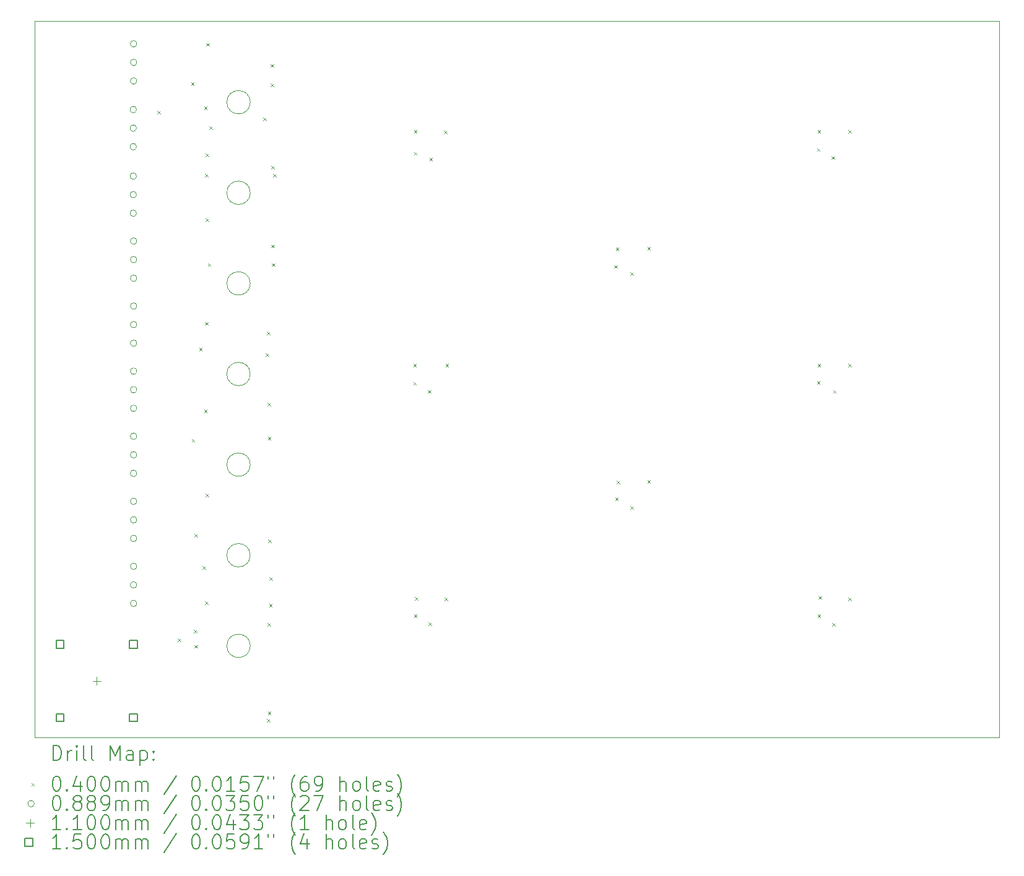
<source format=gbr>
%TF.GenerationSoftware,KiCad,Pcbnew,(6.0.8-1)-1*%
%TF.CreationDate,2023-09-21T15:44:35-04:00*%
%TF.ProjectId,Untitled,556e7469-746c-4656-942e-6b696361645f,rev?*%
%TF.SameCoordinates,Original*%
%TF.FileFunction,Drillmap*%
%TF.FilePolarity,Positive*%
%FSLAX45Y45*%
G04 Gerber Fmt 4.5, Leading zero omitted, Abs format (unit mm)*
G04 Created by KiCad (PCBNEW (6.0.8-1)-1) date 2023-09-21 15:44:35*
%MOMM*%
%LPD*%
G01*
G04 APERTURE LIST*
%ADD10C,0.100000*%
%ADD11C,0.200000*%
%ADD12C,0.040000*%
%ADD13C,0.088900*%
%ADD14C,0.110000*%
%ADD15C,0.150000*%
G04 APERTURE END LIST*
D10*
X7520000Y-5640000D02*
G75*
G03*
X7520000Y-5640000I-160000J0D01*
G01*
X7520000Y-11840000D02*
G75*
G03*
X7520000Y-11840000I-160000J0D01*
G01*
X7520000Y-10600000D02*
G75*
G03*
X7520000Y-10600000I-160000J0D01*
G01*
X4572000Y-3292000D02*
X17764000Y-3292000D01*
X17764000Y-3292000D02*
X17764000Y-13091000D01*
X17764000Y-13091000D02*
X4572000Y-13091000D01*
X4572000Y-13091000D02*
X4572000Y-3292000D01*
X7520000Y-6880000D02*
G75*
G03*
X7520000Y-6880000I-160000J0D01*
G01*
X7520000Y-8120000D02*
G75*
G03*
X7520000Y-8120000I-160000J0D01*
G01*
X7520000Y-9360000D02*
G75*
G03*
X7520000Y-9360000I-160000J0D01*
G01*
X7520000Y-4400000D02*
G75*
G03*
X7520000Y-4400000I-160000J0D01*
G01*
D11*
D12*
X6250000Y-4520000D02*
X6290000Y-4560000D01*
X6290000Y-4520000D02*
X6250000Y-4560000D01*
X6530000Y-11740000D02*
X6570000Y-11780000D01*
X6570000Y-11740000D02*
X6530000Y-11780000D01*
X6710000Y-4130000D02*
X6750000Y-4170000D01*
X6750000Y-4130000D02*
X6710000Y-4170000D01*
X6720000Y-9010000D02*
X6760000Y-9050000D01*
X6760000Y-9010000D02*
X6720000Y-9050000D01*
X6750000Y-11620000D02*
X6790000Y-11660000D01*
X6790000Y-11620000D02*
X6750000Y-11660000D01*
X6760000Y-10310000D02*
X6800000Y-10350000D01*
X6800000Y-10310000D02*
X6760000Y-10350000D01*
X6760000Y-11830000D02*
X6800000Y-11870000D01*
X6800000Y-11830000D02*
X6760000Y-11870000D01*
X6820000Y-7760000D02*
X6860000Y-7800000D01*
X6860000Y-7760000D02*
X6820000Y-7800000D01*
X6870000Y-10750000D02*
X6910000Y-10790000D01*
X6910000Y-10750000D02*
X6870000Y-10790000D01*
X6890000Y-4460000D02*
X6930000Y-4500000D01*
X6930000Y-4460000D02*
X6890000Y-4500000D01*
X6890000Y-8610000D02*
X6930000Y-8650000D01*
X6930000Y-8610000D02*
X6890000Y-8650000D01*
X6900000Y-5380000D02*
X6940000Y-5420000D01*
X6940000Y-5380000D02*
X6900000Y-5420000D01*
X6900000Y-7410000D02*
X6940000Y-7450000D01*
X6940000Y-7410000D02*
X6900000Y-7450000D01*
X6900000Y-11230000D02*
X6940000Y-11270000D01*
X6940000Y-11230000D02*
X6900000Y-11270000D01*
X6910000Y-5100000D02*
X6950000Y-5140000D01*
X6950000Y-5100000D02*
X6910000Y-5140000D01*
X6910000Y-5990000D02*
X6950000Y-6030000D01*
X6950000Y-5990000D02*
X6910000Y-6030000D01*
X6910000Y-9760000D02*
X6950000Y-9800000D01*
X6950000Y-9760000D02*
X6910000Y-9800000D01*
X6920000Y-3590000D02*
X6960000Y-3630000D01*
X6960000Y-3590000D02*
X6920000Y-3630000D01*
X6940000Y-6605179D02*
X6980000Y-6645179D01*
X6980000Y-6605179D02*
X6940000Y-6645179D01*
X6960000Y-4730000D02*
X7000000Y-4770000D01*
X7000000Y-4730000D02*
X6960000Y-4770000D01*
X7700000Y-4610000D02*
X7740000Y-4650000D01*
X7740000Y-4610000D02*
X7700000Y-4650000D01*
X7734107Y-7835893D02*
X7774107Y-7875893D01*
X7774107Y-7835893D02*
X7734107Y-7875893D01*
X7750000Y-7540000D02*
X7790000Y-7580000D01*
X7790000Y-7540000D02*
X7750000Y-7580000D01*
X7750000Y-12840000D02*
X7790000Y-12880000D01*
X7790000Y-12840000D02*
X7750000Y-12880000D01*
X7754011Y-8515989D02*
X7794011Y-8555989D01*
X7794011Y-8515989D02*
X7754011Y-8555989D01*
X7759000Y-11531000D02*
X7799000Y-11571000D01*
X7799000Y-11531000D02*
X7759000Y-11571000D01*
X7760000Y-8980000D02*
X7800000Y-9020000D01*
X7800000Y-8980000D02*
X7760000Y-9020000D01*
X7760000Y-12740000D02*
X7800000Y-12780000D01*
X7800000Y-12740000D02*
X7760000Y-12780000D01*
X7765000Y-10385000D02*
X7805000Y-10425000D01*
X7805000Y-10385000D02*
X7765000Y-10425000D01*
X7776965Y-11263035D02*
X7816965Y-11303035D01*
X7816965Y-11263035D02*
X7776965Y-11303035D01*
X7780000Y-10900000D02*
X7820000Y-10940000D01*
X7820000Y-10900000D02*
X7780000Y-10940000D01*
X7797000Y-4143000D02*
X7837000Y-4183000D01*
X7837000Y-4143000D02*
X7797000Y-4183000D01*
X7800000Y-3880000D02*
X7840000Y-3920000D01*
X7840000Y-3880000D02*
X7800000Y-3920000D01*
X7808821Y-6351179D02*
X7848821Y-6391179D01*
X7848821Y-6351179D02*
X7808821Y-6391179D01*
X7810000Y-5270000D02*
X7850000Y-5310000D01*
X7850000Y-5270000D02*
X7810000Y-5310000D01*
X7814821Y-6605179D02*
X7854821Y-6645179D01*
X7854821Y-6605179D02*
X7814821Y-6645179D01*
X7830000Y-5380000D02*
X7870000Y-5420000D01*
X7870000Y-5380000D02*
X7830000Y-5420000D01*
X9750000Y-7980000D02*
X9790000Y-8020000D01*
X9790000Y-7980000D02*
X9750000Y-8020000D01*
X9750000Y-8230000D02*
X9790000Y-8270000D01*
X9790000Y-8230000D02*
X9750000Y-8270000D01*
X9760000Y-4780000D02*
X9800000Y-4820000D01*
X9800000Y-4780000D02*
X9760000Y-4820000D01*
X9760000Y-5080000D02*
X9800000Y-5120000D01*
X9800000Y-5080000D02*
X9760000Y-5120000D01*
X9760000Y-11410000D02*
X9800000Y-11450000D01*
X9800000Y-11410000D02*
X9760000Y-11450000D01*
X9770000Y-11170000D02*
X9810000Y-11210000D01*
X9810000Y-11170000D02*
X9770000Y-11210000D01*
X9950000Y-8340000D02*
X9990000Y-8380000D01*
X9990000Y-8340000D02*
X9950000Y-8380000D01*
X9960000Y-11520000D02*
X10000000Y-11560000D01*
X10000000Y-11520000D02*
X9960000Y-11560000D01*
X9970000Y-5160000D02*
X10010000Y-5200000D01*
X10010000Y-5160000D02*
X9970000Y-5200000D01*
X10170000Y-4790000D02*
X10210000Y-4830000D01*
X10210000Y-4790000D02*
X10170000Y-4830000D01*
X10180000Y-11180000D02*
X10220000Y-11220000D01*
X10220000Y-11180000D02*
X10180000Y-11220000D01*
X10190000Y-7980000D02*
X10230000Y-8020000D01*
X10230000Y-7980000D02*
X10190000Y-8020000D01*
X12500000Y-6630000D02*
X12540000Y-6670000D01*
X12540000Y-6630000D02*
X12500000Y-6670000D01*
X12510000Y-9810000D02*
X12550000Y-9850000D01*
X12550000Y-9810000D02*
X12510000Y-9850000D01*
X12520000Y-6390000D02*
X12560000Y-6430000D01*
X12560000Y-6390000D02*
X12520000Y-6430000D01*
X12530000Y-9580000D02*
X12570000Y-9620000D01*
X12570000Y-9580000D02*
X12530000Y-9620000D01*
X12720000Y-6730000D02*
X12760000Y-6770000D01*
X12760000Y-6730000D02*
X12720000Y-6770000D01*
X12720000Y-9930000D02*
X12760000Y-9970000D01*
X12760000Y-9930000D02*
X12720000Y-9970000D01*
X12950000Y-6380000D02*
X12990000Y-6420000D01*
X12990000Y-6380000D02*
X12950000Y-6420000D01*
X12950000Y-9570000D02*
X12990000Y-9610000D01*
X12990000Y-9570000D02*
X12950000Y-9610000D01*
X15270000Y-5030000D02*
X15310000Y-5070000D01*
X15310000Y-5030000D02*
X15270000Y-5070000D01*
X15270000Y-8220000D02*
X15310000Y-8260000D01*
X15310000Y-8220000D02*
X15270000Y-8260000D01*
X15280000Y-4780000D02*
X15320000Y-4820000D01*
X15320000Y-4780000D02*
X15280000Y-4820000D01*
X15280000Y-7980000D02*
X15320000Y-8020000D01*
X15320000Y-7980000D02*
X15280000Y-8020000D01*
X15280000Y-11410000D02*
X15320000Y-11450000D01*
X15320000Y-11410000D02*
X15280000Y-11450000D01*
X15290000Y-11160000D02*
X15330000Y-11200000D01*
X15330000Y-11160000D02*
X15290000Y-11200000D01*
X15470000Y-5140000D02*
X15510000Y-5180000D01*
X15510000Y-5140000D02*
X15470000Y-5180000D01*
X15480000Y-11530000D02*
X15520000Y-11570000D01*
X15520000Y-11530000D02*
X15480000Y-11570000D01*
X15490000Y-8340000D02*
X15530000Y-8380000D01*
X15530000Y-8340000D02*
X15490000Y-8380000D01*
X15700000Y-4780000D02*
X15740000Y-4820000D01*
X15740000Y-4780000D02*
X15700000Y-4820000D01*
X15700000Y-7980000D02*
X15740000Y-8020000D01*
X15740000Y-7980000D02*
X15700000Y-8020000D01*
X15700000Y-11180000D02*
X15740000Y-11220000D01*
X15740000Y-11180000D02*
X15700000Y-11220000D01*
D13*
X5964450Y-4500000D02*
G75*
G03*
X5964450Y-4500000I-44450J0D01*
G01*
X5964450Y-4754000D02*
G75*
G03*
X5964450Y-4754000I-44450J0D01*
G01*
X5964450Y-5008000D02*
G75*
G03*
X5964450Y-5008000I-44450J0D01*
G01*
X5964450Y-5412000D02*
G75*
G03*
X5964450Y-5412000I-44450J0D01*
G01*
X5964450Y-5666000D02*
G75*
G03*
X5964450Y-5666000I-44450J0D01*
G01*
X5964450Y-5920000D02*
G75*
G03*
X5964450Y-5920000I-44450J0D01*
G01*
X5969460Y-3602000D02*
G75*
G03*
X5969460Y-3602000I-44450J0D01*
G01*
X5969460Y-3856000D02*
G75*
G03*
X5969460Y-3856000I-44450J0D01*
G01*
X5969460Y-4110000D02*
G75*
G03*
X5969460Y-4110000I-44450J0D01*
G01*
X5969460Y-6301250D02*
G75*
G03*
X5969460Y-6301250I-44450J0D01*
G01*
X5969460Y-6555250D02*
G75*
G03*
X5969460Y-6555250I-44450J0D01*
G01*
X5969460Y-6809250D02*
G75*
G03*
X5969460Y-6809250I-44450J0D01*
G01*
X5969460Y-7190750D02*
G75*
G03*
X5969460Y-7190750I-44450J0D01*
G01*
X5969460Y-7444750D02*
G75*
G03*
X5969460Y-7444750I-44450J0D01*
G01*
X5969460Y-7698750D02*
G75*
G03*
X5969460Y-7698750I-44450J0D01*
G01*
X5969460Y-8081250D02*
G75*
G03*
X5969460Y-8081250I-44450J0D01*
G01*
X5969460Y-8335250D02*
G75*
G03*
X5969460Y-8335250I-44450J0D01*
G01*
X5969460Y-8589250D02*
G75*
G03*
X5969460Y-8589250I-44450J0D01*
G01*
X5969460Y-8970750D02*
G75*
G03*
X5969460Y-8970750I-44450J0D01*
G01*
X5969460Y-9224750D02*
G75*
G03*
X5969460Y-9224750I-44450J0D01*
G01*
X5969460Y-9478750D02*
G75*
G03*
X5969460Y-9478750I-44450J0D01*
G01*
X5969460Y-9861250D02*
G75*
G03*
X5969460Y-9861250I-44450J0D01*
G01*
X5969460Y-10115250D02*
G75*
G03*
X5969460Y-10115250I-44450J0D01*
G01*
X5969460Y-10369250D02*
G75*
G03*
X5969460Y-10369250I-44450J0D01*
G01*
X5969460Y-10750750D02*
G75*
G03*
X5969460Y-10750750I-44450J0D01*
G01*
X5969460Y-11004750D02*
G75*
G03*
X5969460Y-11004750I-44450J0D01*
G01*
X5969460Y-11258750D02*
G75*
G03*
X5969460Y-11258750I-44450J0D01*
G01*
D14*
X5420000Y-12265000D02*
X5420000Y-12375000D01*
X5365000Y-12320000D02*
X5475000Y-12320000D01*
D15*
X4970534Y-11870533D02*
X4970534Y-11764466D01*
X4864467Y-11764466D01*
X4864467Y-11870533D01*
X4970534Y-11870533D01*
X4970534Y-12875533D02*
X4970534Y-12769466D01*
X4864467Y-12769466D01*
X4864467Y-12875533D01*
X4970534Y-12875533D01*
X5975533Y-11870533D02*
X5975533Y-11764466D01*
X5869466Y-11764466D01*
X5869466Y-11870533D01*
X5975533Y-11870533D01*
X5975533Y-12875533D02*
X5975533Y-12769466D01*
X5869466Y-12769466D01*
X5869466Y-12875533D01*
X5975533Y-12875533D01*
D11*
X4824619Y-13406476D02*
X4824619Y-13206476D01*
X4872238Y-13206476D01*
X4900810Y-13216000D01*
X4919857Y-13235048D01*
X4929381Y-13254095D01*
X4938905Y-13292190D01*
X4938905Y-13320762D01*
X4929381Y-13358857D01*
X4919857Y-13377905D01*
X4900810Y-13396952D01*
X4872238Y-13406476D01*
X4824619Y-13406476D01*
X5024619Y-13406476D02*
X5024619Y-13273143D01*
X5024619Y-13311238D02*
X5034143Y-13292190D01*
X5043667Y-13282667D01*
X5062714Y-13273143D01*
X5081762Y-13273143D01*
X5148429Y-13406476D02*
X5148429Y-13273143D01*
X5148429Y-13206476D02*
X5138905Y-13216000D01*
X5148429Y-13225524D01*
X5157952Y-13216000D01*
X5148429Y-13206476D01*
X5148429Y-13225524D01*
X5272238Y-13406476D02*
X5253190Y-13396952D01*
X5243667Y-13377905D01*
X5243667Y-13206476D01*
X5377000Y-13406476D02*
X5357952Y-13396952D01*
X5348429Y-13377905D01*
X5348429Y-13206476D01*
X5605571Y-13406476D02*
X5605571Y-13206476D01*
X5672238Y-13349333D01*
X5738905Y-13206476D01*
X5738905Y-13406476D01*
X5919857Y-13406476D02*
X5919857Y-13301714D01*
X5910333Y-13282667D01*
X5891286Y-13273143D01*
X5853190Y-13273143D01*
X5834143Y-13282667D01*
X5919857Y-13396952D02*
X5900809Y-13406476D01*
X5853190Y-13406476D01*
X5834143Y-13396952D01*
X5824619Y-13377905D01*
X5824619Y-13358857D01*
X5834143Y-13339809D01*
X5853190Y-13330286D01*
X5900809Y-13330286D01*
X5919857Y-13320762D01*
X6015095Y-13273143D02*
X6015095Y-13473143D01*
X6015095Y-13282667D02*
X6034143Y-13273143D01*
X6072238Y-13273143D01*
X6091286Y-13282667D01*
X6100809Y-13292190D01*
X6110333Y-13311238D01*
X6110333Y-13368381D01*
X6100809Y-13387428D01*
X6091286Y-13396952D01*
X6072238Y-13406476D01*
X6034143Y-13406476D01*
X6015095Y-13396952D01*
X6196048Y-13387428D02*
X6205571Y-13396952D01*
X6196048Y-13406476D01*
X6186524Y-13396952D01*
X6196048Y-13387428D01*
X6196048Y-13406476D01*
X6196048Y-13282667D02*
X6205571Y-13292190D01*
X6196048Y-13301714D01*
X6186524Y-13292190D01*
X6196048Y-13282667D01*
X6196048Y-13301714D01*
D12*
X4527000Y-13716000D02*
X4567000Y-13756000D01*
X4567000Y-13716000D02*
X4527000Y-13756000D01*
D11*
X4862714Y-13626476D02*
X4881762Y-13626476D01*
X4900810Y-13636000D01*
X4910333Y-13645524D01*
X4919857Y-13664571D01*
X4929381Y-13702667D01*
X4929381Y-13750286D01*
X4919857Y-13788381D01*
X4910333Y-13807428D01*
X4900810Y-13816952D01*
X4881762Y-13826476D01*
X4862714Y-13826476D01*
X4843667Y-13816952D01*
X4834143Y-13807428D01*
X4824619Y-13788381D01*
X4815095Y-13750286D01*
X4815095Y-13702667D01*
X4824619Y-13664571D01*
X4834143Y-13645524D01*
X4843667Y-13636000D01*
X4862714Y-13626476D01*
X5015095Y-13807428D02*
X5024619Y-13816952D01*
X5015095Y-13826476D01*
X5005571Y-13816952D01*
X5015095Y-13807428D01*
X5015095Y-13826476D01*
X5196048Y-13693143D02*
X5196048Y-13826476D01*
X5148429Y-13616952D02*
X5100810Y-13759809D01*
X5224619Y-13759809D01*
X5338905Y-13626476D02*
X5357952Y-13626476D01*
X5377000Y-13636000D01*
X5386524Y-13645524D01*
X5396048Y-13664571D01*
X5405571Y-13702667D01*
X5405571Y-13750286D01*
X5396048Y-13788381D01*
X5386524Y-13807428D01*
X5377000Y-13816952D01*
X5357952Y-13826476D01*
X5338905Y-13826476D01*
X5319857Y-13816952D01*
X5310333Y-13807428D01*
X5300810Y-13788381D01*
X5291286Y-13750286D01*
X5291286Y-13702667D01*
X5300810Y-13664571D01*
X5310333Y-13645524D01*
X5319857Y-13636000D01*
X5338905Y-13626476D01*
X5529381Y-13626476D02*
X5548429Y-13626476D01*
X5567476Y-13636000D01*
X5577000Y-13645524D01*
X5586524Y-13664571D01*
X5596048Y-13702667D01*
X5596048Y-13750286D01*
X5586524Y-13788381D01*
X5577000Y-13807428D01*
X5567476Y-13816952D01*
X5548429Y-13826476D01*
X5529381Y-13826476D01*
X5510333Y-13816952D01*
X5500810Y-13807428D01*
X5491286Y-13788381D01*
X5481762Y-13750286D01*
X5481762Y-13702667D01*
X5491286Y-13664571D01*
X5500810Y-13645524D01*
X5510333Y-13636000D01*
X5529381Y-13626476D01*
X5681762Y-13826476D02*
X5681762Y-13693143D01*
X5681762Y-13712190D02*
X5691286Y-13702667D01*
X5710333Y-13693143D01*
X5738905Y-13693143D01*
X5757952Y-13702667D01*
X5767476Y-13721714D01*
X5767476Y-13826476D01*
X5767476Y-13721714D02*
X5777000Y-13702667D01*
X5796048Y-13693143D01*
X5824619Y-13693143D01*
X5843667Y-13702667D01*
X5853190Y-13721714D01*
X5853190Y-13826476D01*
X5948428Y-13826476D02*
X5948428Y-13693143D01*
X5948428Y-13712190D02*
X5957952Y-13702667D01*
X5977000Y-13693143D01*
X6005571Y-13693143D01*
X6024619Y-13702667D01*
X6034143Y-13721714D01*
X6034143Y-13826476D01*
X6034143Y-13721714D02*
X6043667Y-13702667D01*
X6062714Y-13693143D01*
X6091286Y-13693143D01*
X6110333Y-13702667D01*
X6119857Y-13721714D01*
X6119857Y-13826476D01*
X6510333Y-13616952D02*
X6338905Y-13874095D01*
X6767476Y-13626476D02*
X6786524Y-13626476D01*
X6805571Y-13636000D01*
X6815095Y-13645524D01*
X6824619Y-13664571D01*
X6834143Y-13702667D01*
X6834143Y-13750286D01*
X6824619Y-13788381D01*
X6815095Y-13807428D01*
X6805571Y-13816952D01*
X6786524Y-13826476D01*
X6767476Y-13826476D01*
X6748428Y-13816952D01*
X6738905Y-13807428D01*
X6729381Y-13788381D01*
X6719857Y-13750286D01*
X6719857Y-13702667D01*
X6729381Y-13664571D01*
X6738905Y-13645524D01*
X6748428Y-13636000D01*
X6767476Y-13626476D01*
X6919857Y-13807428D02*
X6929381Y-13816952D01*
X6919857Y-13826476D01*
X6910333Y-13816952D01*
X6919857Y-13807428D01*
X6919857Y-13826476D01*
X7053190Y-13626476D02*
X7072238Y-13626476D01*
X7091286Y-13636000D01*
X7100809Y-13645524D01*
X7110333Y-13664571D01*
X7119857Y-13702667D01*
X7119857Y-13750286D01*
X7110333Y-13788381D01*
X7100809Y-13807428D01*
X7091286Y-13816952D01*
X7072238Y-13826476D01*
X7053190Y-13826476D01*
X7034143Y-13816952D01*
X7024619Y-13807428D01*
X7015095Y-13788381D01*
X7005571Y-13750286D01*
X7005571Y-13702667D01*
X7015095Y-13664571D01*
X7024619Y-13645524D01*
X7034143Y-13636000D01*
X7053190Y-13626476D01*
X7310333Y-13826476D02*
X7196048Y-13826476D01*
X7253190Y-13826476D02*
X7253190Y-13626476D01*
X7234143Y-13655048D01*
X7215095Y-13674095D01*
X7196048Y-13683619D01*
X7491286Y-13626476D02*
X7396048Y-13626476D01*
X7386524Y-13721714D01*
X7396048Y-13712190D01*
X7415095Y-13702667D01*
X7462714Y-13702667D01*
X7481762Y-13712190D01*
X7491286Y-13721714D01*
X7500809Y-13740762D01*
X7500809Y-13788381D01*
X7491286Y-13807428D01*
X7481762Y-13816952D01*
X7462714Y-13826476D01*
X7415095Y-13826476D01*
X7396048Y-13816952D01*
X7386524Y-13807428D01*
X7567476Y-13626476D02*
X7700809Y-13626476D01*
X7615095Y-13826476D01*
X7767476Y-13626476D02*
X7767476Y-13664571D01*
X7843667Y-13626476D02*
X7843667Y-13664571D01*
X8138905Y-13902667D02*
X8129381Y-13893143D01*
X8110333Y-13864571D01*
X8100809Y-13845524D01*
X8091286Y-13816952D01*
X8081762Y-13769333D01*
X8081762Y-13731238D01*
X8091286Y-13683619D01*
X8100809Y-13655048D01*
X8110333Y-13636000D01*
X8129381Y-13607428D01*
X8138905Y-13597905D01*
X8300809Y-13626476D02*
X8262714Y-13626476D01*
X8243667Y-13636000D01*
X8234143Y-13645524D01*
X8215095Y-13674095D01*
X8205571Y-13712190D01*
X8205571Y-13788381D01*
X8215095Y-13807428D01*
X8224619Y-13816952D01*
X8243667Y-13826476D01*
X8281762Y-13826476D01*
X8300809Y-13816952D01*
X8310333Y-13807428D01*
X8319857Y-13788381D01*
X8319857Y-13740762D01*
X8310333Y-13721714D01*
X8300809Y-13712190D01*
X8281762Y-13702667D01*
X8243667Y-13702667D01*
X8224619Y-13712190D01*
X8215095Y-13721714D01*
X8205571Y-13740762D01*
X8415095Y-13826476D02*
X8453190Y-13826476D01*
X8472238Y-13816952D01*
X8481762Y-13807428D01*
X8500810Y-13778857D01*
X8510333Y-13740762D01*
X8510333Y-13664571D01*
X8500810Y-13645524D01*
X8491286Y-13636000D01*
X8472238Y-13626476D01*
X8434143Y-13626476D01*
X8415095Y-13636000D01*
X8405571Y-13645524D01*
X8396048Y-13664571D01*
X8396048Y-13712190D01*
X8405571Y-13731238D01*
X8415095Y-13740762D01*
X8434143Y-13750286D01*
X8472238Y-13750286D01*
X8491286Y-13740762D01*
X8500810Y-13731238D01*
X8510333Y-13712190D01*
X8748429Y-13826476D02*
X8748429Y-13626476D01*
X8834143Y-13826476D02*
X8834143Y-13721714D01*
X8824619Y-13702667D01*
X8805571Y-13693143D01*
X8777000Y-13693143D01*
X8757952Y-13702667D01*
X8748429Y-13712190D01*
X8957952Y-13826476D02*
X8938905Y-13816952D01*
X8929381Y-13807428D01*
X8919857Y-13788381D01*
X8919857Y-13731238D01*
X8929381Y-13712190D01*
X8938905Y-13702667D01*
X8957952Y-13693143D01*
X8986524Y-13693143D01*
X9005571Y-13702667D01*
X9015095Y-13712190D01*
X9024619Y-13731238D01*
X9024619Y-13788381D01*
X9015095Y-13807428D01*
X9005571Y-13816952D01*
X8986524Y-13826476D01*
X8957952Y-13826476D01*
X9138905Y-13826476D02*
X9119857Y-13816952D01*
X9110333Y-13797905D01*
X9110333Y-13626476D01*
X9291286Y-13816952D02*
X9272238Y-13826476D01*
X9234143Y-13826476D01*
X9215095Y-13816952D01*
X9205571Y-13797905D01*
X9205571Y-13721714D01*
X9215095Y-13702667D01*
X9234143Y-13693143D01*
X9272238Y-13693143D01*
X9291286Y-13702667D01*
X9300810Y-13721714D01*
X9300810Y-13740762D01*
X9205571Y-13759809D01*
X9377000Y-13816952D02*
X9396048Y-13826476D01*
X9434143Y-13826476D01*
X9453190Y-13816952D01*
X9462714Y-13797905D01*
X9462714Y-13788381D01*
X9453190Y-13769333D01*
X9434143Y-13759809D01*
X9405571Y-13759809D01*
X9386524Y-13750286D01*
X9377000Y-13731238D01*
X9377000Y-13721714D01*
X9386524Y-13702667D01*
X9405571Y-13693143D01*
X9434143Y-13693143D01*
X9453190Y-13702667D01*
X9529381Y-13902667D02*
X9538905Y-13893143D01*
X9557952Y-13864571D01*
X9567476Y-13845524D01*
X9577000Y-13816952D01*
X9586524Y-13769333D01*
X9586524Y-13731238D01*
X9577000Y-13683619D01*
X9567476Y-13655048D01*
X9557952Y-13636000D01*
X9538905Y-13607428D01*
X9529381Y-13597905D01*
D13*
X4567000Y-14000000D02*
G75*
G03*
X4567000Y-14000000I-44450J0D01*
G01*
D11*
X4862714Y-13890476D02*
X4881762Y-13890476D01*
X4900810Y-13900000D01*
X4910333Y-13909524D01*
X4919857Y-13928571D01*
X4929381Y-13966667D01*
X4929381Y-14014286D01*
X4919857Y-14052381D01*
X4910333Y-14071428D01*
X4900810Y-14080952D01*
X4881762Y-14090476D01*
X4862714Y-14090476D01*
X4843667Y-14080952D01*
X4834143Y-14071428D01*
X4824619Y-14052381D01*
X4815095Y-14014286D01*
X4815095Y-13966667D01*
X4824619Y-13928571D01*
X4834143Y-13909524D01*
X4843667Y-13900000D01*
X4862714Y-13890476D01*
X5015095Y-14071428D02*
X5024619Y-14080952D01*
X5015095Y-14090476D01*
X5005571Y-14080952D01*
X5015095Y-14071428D01*
X5015095Y-14090476D01*
X5138905Y-13976190D02*
X5119857Y-13966667D01*
X5110333Y-13957143D01*
X5100810Y-13938095D01*
X5100810Y-13928571D01*
X5110333Y-13909524D01*
X5119857Y-13900000D01*
X5138905Y-13890476D01*
X5177000Y-13890476D01*
X5196048Y-13900000D01*
X5205571Y-13909524D01*
X5215095Y-13928571D01*
X5215095Y-13938095D01*
X5205571Y-13957143D01*
X5196048Y-13966667D01*
X5177000Y-13976190D01*
X5138905Y-13976190D01*
X5119857Y-13985714D01*
X5110333Y-13995238D01*
X5100810Y-14014286D01*
X5100810Y-14052381D01*
X5110333Y-14071428D01*
X5119857Y-14080952D01*
X5138905Y-14090476D01*
X5177000Y-14090476D01*
X5196048Y-14080952D01*
X5205571Y-14071428D01*
X5215095Y-14052381D01*
X5215095Y-14014286D01*
X5205571Y-13995238D01*
X5196048Y-13985714D01*
X5177000Y-13976190D01*
X5329381Y-13976190D02*
X5310333Y-13966667D01*
X5300810Y-13957143D01*
X5291286Y-13938095D01*
X5291286Y-13928571D01*
X5300810Y-13909524D01*
X5310333Y-13900000D01*
X5329381Y-13890476D01*
X5367476Y-13890476D01*
X5386524Y-13900000D01*
X5396048Y-13909524D01*
X5405571Y-13928571D01*
X5405571Y-13938095D01*
X5396048Y-13957143D01*
X5386524Y-13966667D01*
X5367476Y-13976190D01*
X5329381Y-13976190D01*
X5310333Y-13985714D01*
X5300810Y-13995238D01*
X5291286Y-14014286D01*
X5291286Y-14052381D01*
X5300810Y-14071428D01*
X5310333Y-14080952D01*
X5329381Y-14090476D01*
X5367476Y-14090476D01*
X5386524Y-14080952D01*
X5396048Y-14071428D01*
X5405571Y-14052381D01*
X5405571Y-14014286D01*
X5396048Y-13995238D01*
X5386524Y-13985714D01*
X5367476Y-13976190D01*
X5500810Y-14090476D02*
X5538905Y-14090476D01*
X5557952Y-14080952D01*
X5567476Y-14071428D01*
X5586524Y-14042857D01*
X5596048Y-14004762D01*
X5596048Y-13928571D01*
X5586524Y-13909524D01*
X5577000Y-13900000D01*
X5557952Y-13890476D01*
X5519857Y-13890476D01*
X5500810Y-13900000D01*
X5491286Y-13909524D01*
X5481762Y-13928571D01*
X5481762Y-13976190D01*
X5491286Y-13995238D01*
X5500810Y-14004762D01*
X5519857Y-14014286D01*
X5557952Y-14014286D01*
X5577000Y-14004762D01*
X5586524Y-13995238D01*
X5596048Y-13976190D01*
X5681762Y-14090476D02*
X5681762Y-13957143D01*
X5681762Y-13976190D02*
X5691286Y-13966667D01*
X5710333Y-13957143D01*
X5738905Y-13957143D01*
X5757952Y-13966667D01*
X5767476Y-13985714D01*
X5767476Y-14090476D01*
X5767476Y-13985714D02*
X5777000Y-13966667D01*
X5796048Y-13957143D01*
X5824619Y-13957143D01*
X5843667Y-13966667D01*
X5853190Y-13985714D01*
X5853190Y-14090476D01*
X5948428Y-14090476D02*
X5948428Y-13957143D01*
X5948428Y-13976190D02*
X5957952Y-13966667D01*
X5977000Y-13957143D01*
X6005571Y-13957143D01*
X6024619Y-13966667D01*
X6034143Y-13985714D01*
X6034143Y-14090476D01*
X6034143Y-13985714D02*
X6043667Y-13966667D01*
X6062714Y-13957143D01*
X6091286Y-13957143D01*
X6110333Y-13966667D01*
X6119857Y-13985714D01*
X6119857Y-14090476D01*
X6510333Y-13880952D02*
X6338905Y-14138095D01*
X6767476Y-13890476D02*
X6786524Y-13890476D01*
X6805571Y-13900000D01*
X6815095Y-13909524D01*
X6824619Y-13928571D01*
X6834143Y-13966667D01*
X6834143Y-14014286D01*
X6824619Y-14052381D01*
X6815095Y-14071428D01*
X6805571Y-14080952D01*
X6786524Y-14090476D01*
X6767476Y-14090476D01*
X6748428Y-14080952D01*
X6738905Y-14071428D01*
X6729381Y-14052381D01*
X6719857Y-14014286D01*
X6719857Y-13966667D01*
X6729381Y-13928571D01*
X6738905Y-13909524D01*
X6748428Y-13900000D01*
X6767476Y-13890476D01*
X6919857Y-14071428D02*
X6929381Y-14080952D01*
X6919857Y-14090476D01*
X6910333Y-14080952D01*
X6919857Y-14071428D01*
X6919857Y-14090476D01*
X7053190Y-13890476D02*
X7072238Y-13890476D01*
X7091286Y-13900000D01*
X7100809Y-13909524D01*
X7110333Y-13928571D01*
X7119857Y-13966667D01*
X7119857Y-14014286D01*
X7110333Y-14052381D01*
X7100809Y-14071428D01*
X7091286Y-14080952D01*
X7072238Y-14090476D01*
X7053190Y-14090476D01*
X7034143Y-14080952D01*
X7024619Y-14071428D01*
X7015095Y-14052381D01*
X7005571Y-14014286D01*
X7005571Y-13966667D01*
X7015095Y-13928571D01*
X7024619Y-13909524D01*
X7034143Y-13900000D01*
X7053190Y-13890476D01*
X7186524Y-13890476D02*
X7310333Y-13890476D01*
X7243667Y-13966667D01*
X7272238Y-13966667D01*
X7291286Y-13976190D01*
X7300809Y-13985714D01*
X7310333Y-14004762D01*
X7310333Y-14052381D01*
X7300809Y-14071428D01*
X7291286Y-14080952D01*
X7272238Y-14090476D01*
X7215095Y-14090476D01*
X7196048Y-14080952D01*
X7186524Y-14071428D01*
X7491286Y-13890476D02*
X7396048Y-13890476D01*
X7386524Y-13985714D01*
X7396048Y-13976190D01*
X7415095Y-13966667D01*
X7462714Y-13966667D01*
X7481762Y-13976190D01*
X7491286Y-13985714D01*
X7500809Y-14004762D01*
X7500809Y-14052381D01*
X7491286Y-14071428D01*
X7481762Y-14080952D01*
X7462714Y-14090476D01*
X7415095Y-14090476D01*
X7396048Y-14080952D01*
X7386524Y-14071428D01*
X7624619Y-13890476D02*
X7643667Y-13890476D01*
X7662714Y-13900000D01*
X7672238Y-13909524D01*
X7681762Y-13928571D01*
X7691286Y-13966667D01*
X7691286Y-14014286D01*
X7681762Y-14052381D01*
X7672238Y-14071428D01*
X7662714Y-14080952D01*
X7643667Y-14090476D01*
X7624619Y-14090476D01*
X7605571Y-14080952D01*
X7596048Y-14071428D01*
X7586524Y-14052381D01*
X7577000Y-14014286D01*
X7577000Y-13966667D01*
X7586524Y-13928571D01*
X7596048Y-13909524D01*
X7605571Y-13900000D01*
X7624619Y-13890476D01*
X7767476Y-13890476D02*
X7767476Y-13928571D01*
X7843667Y-13890476D02*
X7843667Y-13928571D01*
X8138905Y-14166667D02*
X8129381Y-14157143D01*
X8110333Y-14128571D01*
X8100809Y-14109524D01*
X8091286Y-14080952D01*
X8081762Y-14033333D01*
X8081762Y-13995238D01*
X8091286Y-13947619D01*
X8100809Y-13919048D01*
X8110333Y-13900000D01*
X8129381Y-13871428D01*
X8138905Y-13861905D01*
X8205571Y-13909524D02*
X8215095Y-13900000D01*
X8234143Y-13890476D01*
X8281762Y-13890476D01*
X8300809Y-13900000D01*
X8310333Y-13909524D01*
X8319857Y-13928571D01*
X8319857Y-13947619D01*
X8310333Y-13976190D01*
X8196048Y-14090476D01*
X8319857Y-14090476D01*
X8386524Y-13890476D02*
X8519857Y-13890476D01*
X8434143Y-14090476D01*
X8748429Y-14090476D02*
X8748429Y-13890476D01*
X8834143Y-14090476D02*
X8834143Y-13985714D01*
X8824619Y-13966667D01*
X8805571Y-13957143D01*
X8777000Y-13957143D01*
X8757952Y-13966667D01*
X8748429Y-13976190D01*
X8957952Y-14090476D02*
X8938905Y-14080952D01*
X8929381Y-14071428D01*
X8919857Y-14052381D01*
X8919857Y-13995238D01*
X8929381Y-13976190D01*
X8938905Y-13966667D01*
X8957952Y-13957143D01*
X8986524Y-13957143D01*
X9005571Y-13966667D01*
X9015095Y-13976190D01*
X9024619Y-13995238D01*
X9024619Y-14052381D01*
X9015095Y-14071428D01*
X9005571Y-14080952D01*
X8986524Y-14090476D01*
X8957952Y-14090476D01*
X9138905Y-14090476D02*
X9119857Y-14080952D01*
X9110333Y-14061905D01*
X9110333Y-13890476D01*
X9291286Y-14080952D02*
X9272238Y-14090476D01*
X9234143Y-14090476D01*
X9215095Y-14080952D01*
X9205571Y-14061905D01*
X9205571Y-13985714D01*
X9215095Y-13966667D01*
X9234143Y-13957143D01*
X9272238Y-13957143D01*
X9291286Y-13966667D01*
X9300810Y-13985714D01*
X9300810Y-14004762D01*
X9205571Y-14023809D01*
X9377000Y-14080952D02*
X9396048Y-14090476D01*
X9434143Y-14090476D01*
X9453190Y-14080952D01*
X9462714Y-14061905D01*
X9462714Y-14052381D01*
X9453190Y-14033333D01*
X9434143Y-14023809D01*
X9405571Y-14023809D01*
X9386524Y-14014286D01*
X9377000Y-13995238D01*
X9377000Y-13985714D01*
X9386524Y-13966667D01*
X9405571Y-13957143D01*
X9434143Y-13957143D01*
X9453190Y-13966667D01*
X9529381Y-14166667D02*
X9538905Y-14157143D01*
X9557952Y-14128571D01*
X9567476Y-14109524D01*
X9577000Y-14080952D01*
X9586524Y-14033333D01*
X9586524Y-13995238D01*
X9577000Y-13947619D01*
X9567476Y-13919048D01*
X9557952Y-13900000D01*
X9538905Y-13871428D01*
X9529381Y-13861905D01*
D14*
X4512000Y-14209000D02*
X4512000Y-14319000D01*
X4457000Y-14264000D02*
X4567000Y-14264000D01*
D11*
X4929381Y-14354476D02*
X4815095Y-14354476D01*
X4872238Y-14354476D02*
X4872238Y-14154476D01*
X4853190Y-14183048D01*
X4834143Y-14202095D01*
X4815095Y-14211619D01*
X5015095Y-14335428D02*
X5024619Y-14344952D01*
X5015095Y-14354476D01*
X5005571Y-14344952D01*
X5015095Y-14335428D01*
X5015095Y-14354476D01*
X5215095Y-14354476D02*
X5100810Y-14354476D01*
X5157952Y-14354476D02*
X5157952Y-14154476D01*
X5138905Y-14183048D01*
X5119857Y-14202095D01*
X5100810Y-14211619D01*
X5338905Y-14154476D02*
X5357952Y-14154476D01*
X5377000Y-14164000D01*
X5386524Y-14173524D01*
X5396048Y-14192571D01*
X5405571Y-14230667D01*
X5405571Y-14278286D01*
X5396048Y-14316381D01*
X5386524Y-14335428D01*
X5377000Y-14344952D01*
X5357952Y-14354476D01*
X5338905Y-14354476D01*
X5319857Y-14344952D01*
X5310333Y-14335428D01*
X5300810Y-14316381D01*
X5291286Y-14278286D01*
X5291286Y-14230667D01*
X5300810Y-14192571D01*
X5310333Y-14173524D01*
X5319857Y-14164000D01*
X5338905Y-14154476D01*
X5529381Y-14154476D02*
X5548429Y-14154476D01*
X5567476Y-14164000D01*
X5577000Y-14173524D01*
X5586524Y-14192571D01*
X5596048Y-14230667D01*
X5596048Y-14278286D01*
X5586524Y-14316381D01*
X5577000Y-14335428D01*
X5567476Y-14344952D01*
X5548429Y-14354476D01*
X5529381Y-14354476D01*
X5510333Y-14344952D01*
X5500810Y-14335428D01*
X5491286Y-14316381D01*
X5481762Y-14278286D01*
X5481762Y-14230667D01*
X5491286Y-14192571D01*
X5500810Y-14173524D01*
X5510333Y-14164000D01*
X5529381Y-14154476D01*
X5681762Y-14354476D02*
X5681762Y-14221143D01*
X5681762Y-14240190D02*
X5691286Y-14230667D01*
X5710333Y-14221143D01*
X5738905Y-14221143D01*
X5757952Y-14230667D01*
X5767476Y-14249714D01*
X5767476Y-14354476D01*
X5767476Y-14249714D02*
X5777000Y-14230667D01*
X5796048Y-14221143D01*
X5824619Y-14221143D01*
X5843667Y-14230667D01*
X5853190Y-14249714D01*
X5853190Y-14354476D01*
X5948428Y-14354476D02*
X5948428Y-14221143D01*
X5948428Y-14240190D02*
X5957952Y-14230667D01*
X5977000Y-14221143D01*
X6005571Y-14221143D01*
X6024619Y-14230667D01*
X6034143Y-14249714D01*
X6034143Y-14354476D01*
X6034143Y-14249714D02*
X6043667Y-14230667D01*
X6062714Y-14221143D01*
X6091286Y-14221143D01*
X6110333Y-14230667D01*
X6119857Y-14249714D01*
X6119857Y-14354476D01*
X6510333Y-14144952D02*
X6338905Y-14402095D01*
X6767476Y-14154476D02*
X6786524Y-14154476D01*
X6805571Y-14164000D01*
X6815095Y-14173524D01*
X6824619Y-14192571D01*
X6834143Y-14230667D01*
X6834143Y-14278286D01*
X6824619Y-14316381D01*
X6815095Y-14335428D01*
X6805571Y-14344952D01*
X6786524Y-14354476D01*
X6767476Y-14354476D01*
X6748428Y-14344952D01*
X6738905Y-14335428D01*
X6729381Y-14316381D01*
X6719857Y-14278286D01*
X6719857Y-14230667D01*
X6729381Y-14192571D01*
X6738905Y-14173524D01*
X6748428Y-14164000D01*
X6767476Y-14154476D01*
X6919857Y-14335428D02*
X6929381Y-14344952D01*
X6919857Y-14354476D01*
X6910333Y-14344952D01*
X6919857Y-14335428D01*
X6919857Y-14354476D01*
X7053190Y-14154476D02*
X7072238Y-14154476D01*
X7091286Y-14164000D01*
X7100809Y-14173524D01*
X7110333Y-14192571D01*
X7119857Y-14230667D01*
X7119857Y-14278286D01*
X7110333Y-14316381D01*
X7100809Y-14335428D01*
X7091286Y-14344952D01*
X7072238Y-14354476D01*
X7053190Y-14354476D01*
X7034143Y-14344952D01*
X7024619Y-14335428D01*
X7015095Y-14316381D01*
X7005571Y-14278286D01*
X7005571Y-14230667D01*
X7015095Y-14192571D01*
X7024619Y-14173524D01*
X7034143Y-14164000D01*
X7053190Y-14154476D01*
X7291286Y-14221143D02*
X7291286Y-14354476D01*
X7243667Y-14144952D02*
X7196048Y-14287809D01*
X7319857Y-14287809D01*
X7377000Y-14154476D02*
X7500809Y-14154476D01*
X7434143Y-14230667D01*
X7462714Y-14230667D01*
X7481762Y-14240190D01*
X7491286Y-14249714D01*
X7500809Y-14268762D01*
X7500809Y-14316381D01*
X7491286Y-14335428D01*
X7481762Y-14344952D01*
X7462714Y-14354476D01*
X7405571Y-14354476D01*
X7386524Y-14344952D01*
X7377000Y-14335428D01*
X7567476Y-14154476D02*
X7691286Y-14154476D01*
X7624619Y-14230667D01*
X7653190Y-14230667D01*
X7672238Y-14240190D01*
X7681762Y-14249714D01*
X7691286Y-14268762D01*
X7691286Y-14316381D01*
X7681762Y-14335428D01*
X7672238Y-14344952D01*
X7653190Y-14354476D01*
X7596048Y-14354476D01*
X7577000Y-14344952D01*
X7567476Y-14335428D01*
X7767476Y-14154476D02*
X7767476Y-14192571D01*
X7843667Y-14154476D02*
X7843667Y-14192571D01*
X8138905Y-14430667D02*
X8129381Y-14421143D01*
X8110333Y-14392571D01*
X8100809Y-14373524D01*
X8091286Y-14344952D01*
X8081762Y-14297333D01*
X8081762Y-14259238D01*
X8091286Y-14211619D01*
X8100809Y-14183048D01*
X8110333Y-14164000D01*
X8129381Y-14135428D01*
X8138905Y-14125905D01*
X8319857Y-14354476D02*
X8205571Y-14354476D01*
X8262714Y-14354476D02*
X8262714Y-14154476D01*
X8243667Y-14183048D01*
X8224619Y-14202095D01*
X8205571Y-14211619D01*
X8557952Y-14354476D02*
X8557952Y-14154476D01*
X8643667Y-14354476D02*
X8643667Y-14249714D01*
X8634143Y-14230667D01*
X8615095Y-14221143D01*
X8586524Y-14221143D01*
X8567476Y-14230667D01*
X8557952Y-14240190D01*
X8767476Y-14354476D02*
X8748429Y-14344952D01*
X8738905Y-14335428D01*
X8729381Y-14316381D01*
X8729381Y-14259238D01*
X8738905Y-14240190D01*
X8748429Y-14230667D01*
X8767476Y-14221143D01*
X8796048Y-14221143D01*
X8815095Y-14230667D01*
X8824619Y-14240190D01*
X8834143Y-14259238D01*
X8834143Y-14316381D01*
X8824619Y-14335428D01*
X8815095Y-14344952D01*
X8796048Y-14354476D01*
X8767476Y-14354476D01*
X8948429Y-14354476D02*
X8929381Y-14344952D01*
X8919857Y-14325905D01*
X8919857Y-14154476D01*
X9100810Y-14344952D02*
X9081762Y-14354476D01*
X9043667Y-14354476D01*
X9024619Y-14344952D01*
X9015095Y-14325905D01*
X9015095Y-14249714D01*
X9024619Y-14230667D01*
X9043667Y-14221143D01*
X9081762Y-14221143D01*
X9100810Y-14230667D01*
X9110333Y-14249714D01*
X9110333Y-14268762D01*
X9015095Y-14287809D01*
X9177000Y-14430667D02*
X9186524Y-14421143D01*
X9205571Y-14392571D01*
X9215095Y-14373524D01*
X9224619Y-14344952D01*
X9234143Y-14297333D01*
X9234143Y-14259238D01*
X9224619Y-14211619D01*
X9215095Y-14183048D01*
X9205571Y-14164000D01*
X9186524Y-14135428D01*
X9177000Y-14125905D01*
D15*
X4545034Y-14581033D02*
X4545034Y-14474966D01*
X4438967Y-14474966D01*
X4438967Y-14581033D01*
X4545034Y-14581033D01*
D11*
X4929381Y-14618476D02*
X4815095Y-14618476D01*
X4872238Y-14618476D02*
X4872238Y-14418476D01*
X4853190Y-14447048D01*
X4834143Y-14466095D01*
X4815095Y-14475619D01*
X5015095Y-14599428D02*
X5024619Y-14608952D01*
X5015095Y-14618476D01*
X5005571Y-14608952D01*
X5015095Y-14599428D01*
X5015095Y-14618476D01*
X5205571Y-14418476D02*
X5110333Y-14418476D01*
X5100810Y-14513714D01*
X5110333Y-14504190D01*
X5129381Y-14494667D01*
X5177000Y-14494667D01*
X5196048Y-14504190D01*
X5205571Y-14513714D01*
X5215095Y-14532762D01*
X5215095Y-14580381D01*
X5205571Y-14599428D01*
X5196048Y-14608952D01*
X5177000Y-14618476D01*
X5129381Y-14618476D01*
X5110333Y-14608952D01*
X5100810Y-14599428D01*
X5338905Y-14418476D02*
X5357952Y-14418476D01*
X5377000Y-14428000D01*
X5386524Y-14437524D01*
X5396048Y-14456571D01*
X5405571Y-14494667D01*
X5405571Y-14542286D01*
X5396048Y-14580381D01*
X5386524Y-14599428D01*
X5377000Y-14608952D01*
X5357952Y-14618476D01*
X5338905Y-14618476D01*
X5319857Y-14608952D01*
X5310333Y-14599428D01*
X5300810Y-14580381D01*
X5291286Y-14542286D01*
X5291286Y-14494667D01*
X5300810Y-14456571D01*
X5310333Y-14437524D01*
X5319857Y-14428000D01*
X5338905Y-14418476D01*
X5529381Y-14418476D02*
X5548429Y-14418476D01*
X5567476Y-14428000D01*
X5577000Y-14437524D01*
X5586524Y-14456571D01*
X5596048Y-14494667D01*
X5596048Y-14542286D01*
X5586524Y-14580381D01*
X5577000Y-14599428D01*
X5567476Y-14608952D01*
X5548429Y-14618476D01*
X5529381Y-14618476D01*
X5510333Y-14608952D01*
X5500810Y-14599428D01*
X5491286Y-14580381D01*
X5481762Y-14542286D01*
X5481762Y-14494667D01*
X5491286Y-14456571D01*
X5500810Y-14437524D01*
X5510333Y-14428000D01*
X5529381Y-14418476D01*
X5681762Y-14618476D02*
X5681762Y-14485143D01*
X5681762Y-14504190D02*
X5691286Y-14494667D01*
X5710333Y-14485143D01*
X5738905Y-14485143D01*
X5757952Y-14494667D01*
X5767476Y-14513714D01*
X5767476Y-14618476D01*
X5767476Y-14513714D02*
X5777000Y-14494667D01*
X5796048Y-14485143D01*
X5824619Y-14485143D01*
X5843667Y-14494667D01*
X5853190Y-14513714D01*
X5853190Y-14618476D01*
X5948428Y-14618476D02*
X5948428Y-14485143D01*
X5948428Y-14504190D02*
X5957952Y-14494667D01*
X5977000Y-14485143D01*
X6005571Y-14485143D01*
X6024619Y-14494667D01*
X6034143Y-14513714D01*
X6034143Y-14618476D01*
X6034143Y-14513714D02*
X6043667Y-14494667D01*
X6062714Y-14485143D01*
X6091286Y-14485143D01*
X6110333Y-14494667D01*
X6119857Y-14513714D01*
X6119857Y-14618476D01*
X6510333Y-14408952D02*
X6338905Y-14666095D01*
X6767476Y-14418476D02*
X6786524Y-14418476D01*
X6805571Y-14428000D01*
X6815095Y-14437524D01*
X6824619Y-14456571D01*
X6834143Y-14494667D01*
X6834143Y-14542286D01*
X6824619Y-14580381D01*
X6815095Y-14599428D01*
X6805571Y-14608952D01*
X6786524Y-14618476D01*
X6767476Y-14618476D01*
X6748428Y-14608952D01*
X6738905Y-14599428D01*
X6729381Y-14580381D01*
X6719857Y-14542286D01*
X6719857Y-14494667D01*
X6729381Y-14456571D01*
X6738905Y-14437524D01*
X6748428Y-14428000D01*
X6767476Y-14418476D01*
X6919857Y-14599428D02*
X6929381Y-14608952D01*
X6919857Y-14618476D01*
X6910333Y-14608952D01*
X6919857Y-14599428D01*
X6919857Y-14618476D01*
X7053190Y-14418476D02*
X7072238Y-14418476D01*
X7091286Y-14428000D01*
X7100809Y-14437524D01*
X7110333Y-14456571D01*
X7119857Y-14494667D01*
X7119857Y-14542286D01*
X7110333Y-14580381D01*
X7100809Y-14599428D01*
X7091286Y-14608952D01*
X7072238Y-14618476D01*
X7053190Y-14618476D01*
X7034143Y-14608952D01*
X7024619Y-14599428D01*
X7015095Y-14580381D01*
X7005571Y-14542286D01*
X7005571Y-14494667D01*
X7015095Y-14456571D01*
X7024619Y-14437524D01*
X7034143Y-14428000D01*
X7053190Y-14418476D01*
X7300809Y-14418476D02*
X7205571Y-14418476D01*
X7196048Y-14513714D01*
X7205571Y-14504190D01*
X7224619Y-14494667D01*
X7272238Y-14494667D01*
X7291286Y-14504190D01*
X7300809Y-14513714D01*
X7310333Y-14532762D01*
X7310333Y-14580381D01*
X7300809Y-14599428D01*
X7291286Y-14608952D01*
X7272238Y-14618476D01*
X7224619Y-14618476D01*
X7205571Y-14608952D01*
X7196048Y-14599428D01*
X7405571Y-14618476D02*
X7443667Y-14618476D01*
X7462714Y-14608952D01*
X7472238Y-14599428D01*
X7491286Y-14570857D01*
X7500809Y-14532762D01*
X7500809Y-14456571D01*
X7491286Y-14437524D01*
X7481762Y-14428000D01*
X7462714Y-14418476D01*
X7424619Y-14418476D01*
X7405571Y-14428000D01*
X7396048Y-14437524D01*
X7386524Y-14456571D01*
X7386524Y-14504190D01*
X7396048Y-14523238D01*
X7405571Y-14532762D01*
X7424619Y-14542286D01*
X7462714Y-14542286D01*
X7481762Y-14532762D01*
X7491286Y-14523238D01*
X7500809Y-14504190D01*
X7691286Y-14618476D02*
X7577000Y-14618476D01*
X7634143Y-14618476D02*
X7634143Y-14418476D01*
X7615095Y-14447048D01*
X7596048Y-14466095D01*
X7577000Y-14475619D01*
X7767476Y-14418476D02*
X7767476Y-14456571D01*
X7843667Y-14418476D02*
X7843667Y-14456571D01*
X8138905Y-14694667D02*
X8129381Y-14685143D01*
X8110333Y-14656571D01*
X8100809Y-14637524D01*
X8091286Y-14608952D01*
X8081762Y-14561333D01*
X8081762Y-14523238D01*
X8091286Y-14475619D01*
X8100809Y-14447048D01*
X8110333Y-14428000D01*
X8129381Y-14399428D01*
X8138905Y-14389905D01*
X8300809Y-14485143D02*
X8300809Y-14618476D01*
X8253190Y-14408952D02*
X8205571Y-14551809D01*
X8329381Y-14551809D01*
X8557952Y-14618476D02*
X8557952Y-14418476D01*
X8643667Y-14618476D02*
X8643667Y-14513714D01*
X8634143Y-14494667D01*
X8615095Y-14485143D01*
X8586524Y-14485143D01*
X8567476Y-14494667D01*
X8557952Y-14504190D01*
X8767476Y-14618476D02*
X8748429Y-14608952D01*
X8738905Y-14599428D01*
X8729381Y-14580381D01*
X8729381Y-14523238D01*
X8738905Y-14504190D01*
X8748429Y-14494667D01*
X8767476Y-14485143D01*
X8796048Y-14485143D01*
X8815095Y-14494667D01*
X8824619Y-14504190D01*
X8834143Y-14523238D01*
X8834143Y-14580381D01*
X8824619Y-14599428D01*
X8815095Y-14608952D01*
X8796048Y-14618476D01*
X8767476Y-14618476D01*
X8948429Y-14618476D02*
X8929381Y-14608952D01*
X8919857Y-14589905D01*
X8919857Y-14418476D01*
X9100810Y-14608952D02*
X9081762Y-14618476D01*
X9043667Y-14618476D01*
X9024619Y-14608952D01*
X9015095Y-14589905D01*
X9015095Y-14513714D01*
X9024619Y-14494667D01*
X9043667Y-14485143D01*
X9081762Y-14485143D01*
X9100810Y-14494667D01*
X9110333Y-14513714D01*
X9110333Y-14532762D01*
X9015095Y-14551809D01*
X9186524Y-14608952D02*
X9205571Y-14618476D01*
X9243667Y-14618476D01*
X9262714Y-14608952D01*
X9272238Y-14589905D01*
X9272238Y-14580381D01*
X9262714Y-14561333D01*
X9243667Y-14551809D01*
X9215095Y-14551809D01*
X9196048Y-14542286D01*
X9186524Y-14523238D01*
X9186524Y-14513714D01*
X9196048Y-14494667D01*
X9215095Y-14485143D01*
X9243667Y-14485143D01*
X9262714Y-14494667D01*
X9338905Y-14694667D02*
X9348429Y-14685143D01*
X9367476Y-14656571D01*
X9377000Y-14637524D01*
X9386524Y-14608952D01*
X9396048Y-14561333D01*
X9396048Y-14523238D01*
X9386524Y-14475619D01*
X9377000Y-14447048D01*
X9367476Y-14428000D01*
X9348429Y-14399428D01*
X9338905Y-14389905D01*
M02*

</source>
